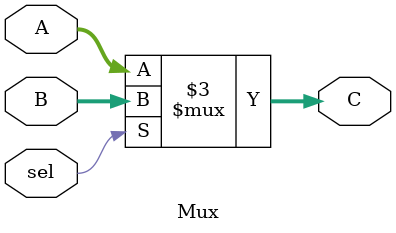
<source format=v>
`timescale 1ns/1ns

module Mux(

    //inputs
    input sel,
    input [31:0] A,
    input [31:0] B,

    //outputs
    output reg[31:0] C

);

always @*
begin
    if(sel)
    begin 
        C=B;
    end
    else
    begin
        C=A;
    end
end

endmodule
</source>
